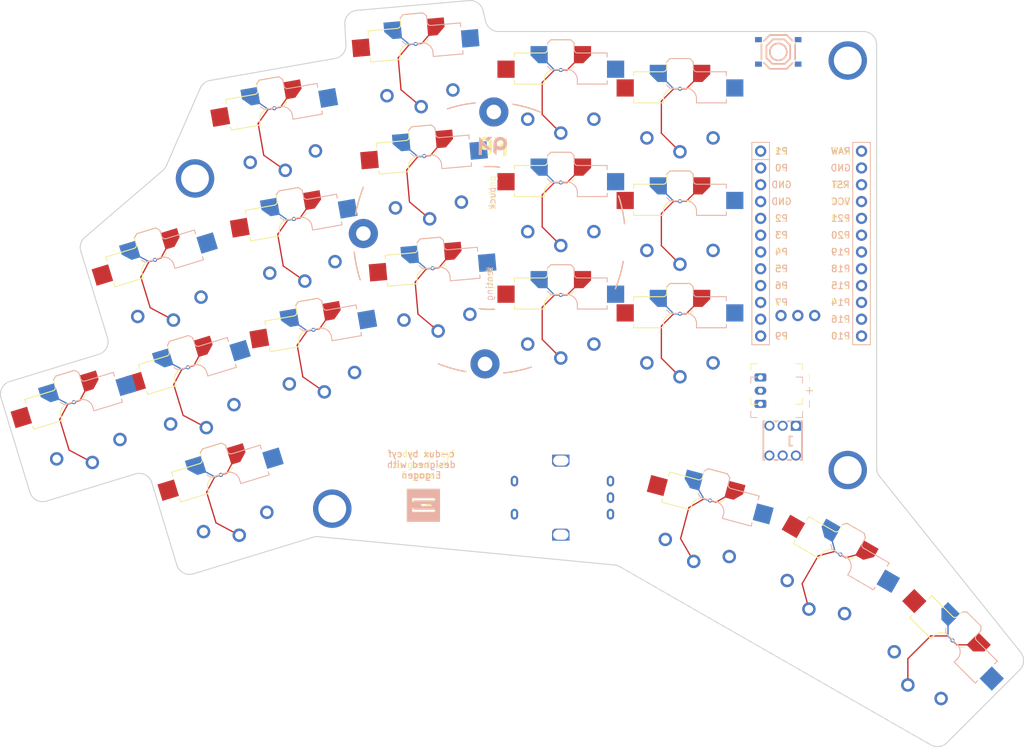
<source format=kicad_pcb>


(kicad_pcb
  (version 20240108)
  (generator "ergogen")
  (generator_version "4.1.0")
  (general
    (thickness 1.6)
    (legacy_teardrops no)
  )
  (paper "A3")
  (title_block
    (title "c-dux")
    (date "2025-04-02")
    (rev "v1.0.0")
    (company "Unknown")
  )

  (layers
    (0 "F.Cu" signal)
    (31 "B.Cu" signal)
    (32 "B.Adhes" user "B.Adhesive")
    (33 "F.Adhes" user "F.Adhesive")
    (34 "B.Paste" user)
    (35 "F.Paste" user)
    (36 "B.SilkS" user "B.Silkscreen")
    (37 "F.SilkS" user "F.Silkscreen")
    (38 "B.Mask" user)
    (39 "F.Mask" user)
    (40 "Dwgs.User" user "User.Drawings")
    (41 "Cmts.User" user "User.Comments")
    (42 "Eco1.User" user "User.Eco1")
    (43 "Eco2.User" user "User.Eco2")
    (44 "Edge.Cuts" user)
    (45 "Margin" user)
    (46 "B.CrtYd" user "B.Courtyard")
    (47 "F.CrtYd" user "F.Courtyard")
    (48 "B.Fab" user)
    (49 "F.Fab" user)
  )

  (setup
    (pad_to_mask_clearance 0.05)
    (allow_soldermask_bridges_in_footprints no)
    (pcbplotparams
      (layerselection 0x00010fc_ffffffff)
      (plot_on_all_layers_selection 0x0000000_00000000)
      (disableapertmacros no)
      (usegerberextensions no)
      (usegerberattributes yes)
      (usegerberadvancedattributes yes)
      (creategerberjobfile yes)
      (dashed_line_dash_ratio 12.000000)
      (dashed_line_gap_ratio 3.000000)
      (svgprecision 4)
      (plotframeref no)
      (viasonmask no)
      (mode 1)
      (useauxorigin no)
      (hpglpennumber 1)
      (hpglpenspeed 20)
      (hpglpendiameter 15.000000)
      (pdf_front_fp_property_popups yes)
      (pdf_back_fp_property_popups yes)
      (dxfpolygonmode yes)
      (dxfimperialunits yes)
      (dxfusepcbnewfont yes)
      (psnegative no)
      (psa4output no)
      (plotreference yes)
      (plotvalue yes)
      (plotfptext yes)
      (plotinvisibletext no)
      (sketchpadsonfab no)
      (subtractmaskfromsilk no)
      (outputformat 1)
      (mirror no)
      (drillshape 1)
      (scaleselection 1)
      (outputdirectory "")
    )
  )

  (net 0 "")
(net 1 "P101")
(net 2 "GND")
(net 3 "D1")
(net 4 "D2")
(net 5 "P15")
(net 6 "P18")
(net 7 "P19")
(net 8 "P20")
(net 9 "P21")
(net 10 "P9")
(net 11 "P8")
(net 12 "P7")
(net 13 "P6")
(net 14 "P4")
(net 15 "P3")
(net 16 "P0")
(net 17 "P5")
(net 18 "P2")
(net 19 "P1")
(net 20 "P14")
(net 21 "P16")
(net 22 "P10")
(net 23 "RAW")
(net 24 "RST")
(net 25 "VCC")
(net 26 "P102")
(net 27 "P107")
(net 28 "MCU1_24")
(net 29 "MCU1_1")
(net 30 "MCU1_23")
(net 31 "MCU1_2")
(net 32 "MCU1_22")
(net 33 "MCU1_3")
(net 34 "MCU1_21")
(net 35 "MCU1_4")
(net 36 "MCU1_20")
(net 37 "MCU1_5")
(net 38 "MCU1_19")
(net 39 "MCU1_6")
(net 40 "MCU1_18")
(net 41 "MCU1_7")
(net 42 "MCU1_17")
(net 43 "MCU1_8")
(net 44 "MCU1_16")
(net 45 "MCU1_9")
(net 46 "MCU1_15")
(net 47 "MCU1_10")
(net 48 "MCU1_14")
(net 49 "MCU1_11")
(net 50 "MCU1_13")
(net 51 "MCU1_12")
(net 52 "BRAW")
(net 53 "JST1_1")
(net 54 "JST1_2")

  
  (footprint "ceoloide:switch_choc_v1_v2" (layer "F.Cu") (at 140.8458764 139.7483289 17))
    
	(segment
		(start 142.2381628 133.10079829999998)
		(end 140.69451850000002 136.00397099999998)
		(width 0.2)
    (locked yes)
		(layer "F.Cu")
		(net 1)
	)
	(segment
		(start 140.69451850000002 136.00397099999998)
		(end 139.786029 136.28172419999999)
		(width 0.2)
    (locked yes)
		(layer "F.Cu")
		(net 1)
	)
	(via
		(at 139.786029 136.28172419999999)
		(size 0.6)
    (drill 0.3)
		(layers "F.Cu" "B.Cu")
    (locked yes)
		(net 1)
	)
	(segment
		(start 138.8775395 136.5594773)
		(end 139.786029 136.28172419999999)
		(width 0.2)
    (locked yes)
		(layer "B.Cu")
		(net 1)
	)
	(segment
		(start 135.97436670000002 135.0158329)
		(end 138.8775395 136.5594773)
		(width 0.2)
    (locked yes)
		(layer "B.Cu")
		(net 1)
	)
  
    (segment
      (start 139.786029 136.28172419999999)
      (end 138.8727579 136.56093909999998)
      (width 0.2)
      (locked yes)
      (layer "F.Cu")
      (net 1)
    )
    (segment
      (start 138.8727579 136.56093909999998)
      (end 137.6411621 138.877234)
      (width 0.2)
      (locked yes)
      (layer "F.Cu")
      (net 1)
    )
    (segment
      (start 137.6411621 138.877234)
      (end 139.0620886 143.5248751)
      (width 0.2)
      (locked yes)
      (layer "F.Cu")
      (net 1)
    )
    (segment
      (start 139.0620886 143.5248751)
      (end 142.57086950000001 145.390527)
      (width 0.2)
      (locked yes)
      (layer "F.Cu")
      (net 1)
    )
    
    

  (footprint "ceoloide:switch_choc_v1_v2" (layer "F.Cu") (at 163.029681 150.7428191 17))
    
	(segment
		(start 164.4219674 144.09528849999998)
		(end 162.87832310000002 146.99846119999998)
		(width 0.2)
    (locked yes)
		(layer "F.Cu")
		(net 5)
	)
	(segment
		(start 162.87832310000002 146.99846119999998)
		(end 161.96983360000002 147.2762144)
		(width 0.2)
    (locked yes)
		(layer "F.Cu")
		(net 5)
	)
	(via
		(at 161.96983360000002 147.2762144)
		(size 0.6)
    (drill 0.3)
		(layers "F.Cu" "B.Cu")
    (locked yes)
		(net 5)
	)
	(segment
		(start 161.0613441 147.5539675)
		(end 161.96983360000002 147.2762144)
		(width 0.2)
    (locked yes)
		(layer "B.Cu")
		(net 5)
	)
	(segment
		(start 158.15817130000002 146.0103231)
		(end 161.0613441 147.5539675)
		(width 0.2)
    (locked yes)
		(layer "B.Cu")
		(net 5)
	)
  
    (segment
      (start 161.96983360000002 147.2762144)
      (end 161.0565625 147.5554293)
      (width 0.2)
      (locked yes)
      (layer "F.Cu")
      (net 5)
    )
    (segment
      (start 161.0565625 147.5554293)
      (end 159.8249667 149.8717242)
      (width 0.2)
      (locked yes)
      (layer "F.Cu")
      (net 5)
    )
    (segment
      (start 159.8249667 149.8717242)
      (end 161.2458932 154.5193653)
      (width 0.2)
      (locked yes)
      (layer "F.Cu")
      (net 5)
    )
    (segment
      (start 161.2458932 154.5193653)
      (end 164.75467410000002 156.3850172)
      (width 0.2)
      (locked yes)
      (layer "F.Cu")
      (net 5)
    )
    
    

  (footprint "ceoloide:switch_choc_v1_v2" (layer "F.Cu") (at 158.05936200000002 134.48563819999998 17))
    
	(segment
		(start 159.4516484 127.83810759999999)
		(end 157.90800410000003 130.74128029999997)
		(width 0.2)
    (locked yes)
		(layer "F.Cu")
		(net 6)
	)
	(segment
		(start 157.90800410000003 130.74128029999997)
		(end 156.99951460000003 131.01903349999998)
		(width 0.2)
    (locked yes)
		(layer "F.Cu")
		(net 6)
	)
	(via
		(at 156.99951460000003 131.01903349999998)
		(size 0.6)
    (drill 0.3)
		(layers "F.Cu" "B.Cu")
    (locked yes)
		(net 6)
	)
	(segment
		(start 156.09102510000002 131.2967866)
		(end 156.99951460000003 131.01903349999998)
		(width 0.2)
    (locked yes)
		(layer "B.Cu")
		(net 6)
	)
	(segment
		(start 153.18785230000003 129.75314219999998)
		(end 156.09102510000002 131.2967866)
		(width 0.2)
    (locked yes)
		(layer "B.Cu")
		(net 6)
	)
  
    (segment
      (start 156.99951460000003 131.01903349999998)
      (end 156.08624350000002 131.29824839999998)
      (width 0.2)
      (locked yes)
      (layer "F.Cu")
      (net 6)
    )
    (segment
      (start 156.08624350000002 131.29824839999998)
      (end 154.85464770000002 133.61454329999998)
      (width 0.2)
      (locked yes)
      (layer "F.Cu")
      (net 6)
    )
    (segment
      (start 154.85464770000002 133.61454329999998)
      (end 156.27557420000002 138.2621844)
      (width 0.2)
      (locked yes)
      (layer "F.Cu")
      (net 6)
    )
    (segment
      (start 156.27557420000002 138.2621844)
      (end 159.78435510000003 140.12783629999998)
      (width 0.2)
      (locked yes)
      (layer "F.Cu")
      (net 6)
    )
    
    

  (footprint "ceoloide:switch_choc_v1_v2" (layer "F.Cu") (at 153.08904300000003 118.22845729999997 17))
    
	(segment
		(start 154.48132940000002 111.58092669999998)
		(end 152.93768510000004 114.48409939999998)
		(width 0.2)
    (locked yes)
		(layer "F.Cu")
		(net 7)
	)
	(segment
		(start 152.93768510000004 114.48409939999998)
		(end 152.02919560000004 114.76185259999997)
		(width 0.2)
    (locked yes)
		(layer "F.Cu")
		(net 7)
	)
	(via
		(at 152.02919560000004 114.76185259999997)
		(size 0.6)
    (drill 0.3)
		(layers "F.Cu" "B.Cu")
    (locked yes)
		(net 7)
	)
	(segment
		(start 151.12070610000004 115.03960569999997)
		(end 152.02919560000004 114.76185259999997)
		(width 0.2)
    (locked yes)
		(layer "B.Cu")
		(net 7)
	)
	(segment
		(start 148.21753330000004 113.49596129999998)
		(end 151.12070610000004 115.03960569999997)
		(width 0.2)
    (locked yes)
		(layer "B.Cu")
		(net 7)
	)
  
    (segment
      (start 152.02919560000004 114.76185259999997)
      (end 151.11592450000003 115.04106749999997)
      (width 0.2)
      (locked yes)
      (layer "F.Cu")
      (net 7)
    )
    (segment
      (start 151.11592450000003 115.04106749999997)
      (end 149.88432870000003 117.35736239999997)
      (width 0.2)
      (locked yes)
      (layer "F.Cu")
      (net 7)
    )
    (segment
      (start 149.88432870000003 117.35736239999997)
      (end 151.30525520000003 122.00500349999997)
      (width 0.2)
      (locked yes)
      (layer "F.Cu")
      (net 7)
    )
    (segment
      (start 151.30525520000003 122.00500349999997)
      (end 154.81403610000004 123.87065539999998)
      (width 0.2)
      (locked yes)
      (layer "F.Cu")
      (net 7)
    )
    
    

  (footprint "ceoloide:switch_choc_v1_v2" (layer "F.Cu") (at 176.5847426 128.9079895 10))
    
	(segment
		(start 178.7767813 122.47968560000001)
		(end 176.8908353 125.17309560000001)
		(width 0.2)
    (locked yes)
		(layer "F.Cu")
		(net 8)
	)
	(segment
		(start 176.8908353 125.17309560000001)
		(end 175.955268 125.33806140000002)
		(width 0.2)
    (locked yes)
		(layer "F.Cu")
		(net 8)
	)
	(via
		(at 175.955268 125.33806140000002)
		(size 0.6)
    (drill 0.3)
		(layers "F.Cu" "B.Cu")
    (locked yes)
		(net 8)
	)
	(segment
		(start 175.0197006 125.50302720000002)
		(end 175.955268 125.33806140000002)
		(width 0.2)
    (locked yes)
		(layer "B.Cu")
		(net 8)
	)
	(segment
		(start 172.3262906 123.61708120000002)
		(end 175.0197006 125.50302720000002)
		(width 0.2)
    (locked yes)
		(layer "B.Cu")
		(net 8)
	)
  
    (segment
      (start 175.955268 125.33806140000002)
      (end 175.0147766 125.50389540000002)
      (width 0.2)
      (locked yes)
      (layer "F.Cu")
      (net 8)
    )
    (segment
      (start 175.0147766 125.50389540000002)
      (end 173.5100755 127.65283120000001)
      (width 0.2)
      (locked yes)
      (layer "F.Cu")
      (net 8)
    )
    (segment
      (start 173.5100755 127.65283120000001)
      (end 174.3540057 132.4389968)
      (width 0.2)
      (locked yes)
      (layer "F.Cu")
      (net 8)
    )
    (segment
      (start 174.3540057 132.4389968)
      (end 177.6092668 134.71835520000002)
      (width 0.2)
      (locked yes)
      (layer "F.Cu")
      (net 8)
    )
    
    

  (footprint "ceoloide:switch_choc_v1_v2" (layer "F.Cu") (at 173.6327236 112.16625770000002 10))
    
	(segment
		(start 175.8247623 105.73795380000001)
		(end 173.93881629999998 108.43136380000001)
		(width 0.2)
    (locked yes)
		(layer "F.Cu")
		(net 9)
	)
	(segment
		(start 173.93881629999998 108.43136380000001)
		(end 173.00324899999998 108.59632960000002)
		(width 0.2)
    (locked yes)
		(layer "F.Cu")
		(net 9)
	)
	(via
		(at 173.00324899999998 108.59632960000002)
		(size 0.6)
    (drill 0.3)
		(layers "F.Cu" "B.Cu")
    (locked yes)
		(net 9)
	)
	(segment
		(start 172.0676816 108.76129540000002)
		(end 173.00324899999998 108.59632960000002)
		(width 0.2)
    (locked yes)
		(layer "B.Cu")
		(net 9)
	)
	(segment
		(start 169.3742716 106.87534940000002)
		(end 172.0676816 108.76129540000002)
		(width 0.2)
    (locked yes)
		(layer "B.Cu")
		(net 9)
	)
  
    (segment
      (start 173.00324899999998 108.59632960000002)
      (end 172.0627576 108.76216360000002)
      (width 0.2)
      (locked yes)
      (layer "F.Cu")
      (net 9)
    )
    (segment
      (start 172.0627576 108.76216360000002)
      (end 170.5580565 110.91109940000001)
      (width 0.2)
      (locked yes)
      (layer "F.Cu")
      (net 9)
    )
    (segment
      (start 170.5580565 110.91109940000001)
      (end 171.40198669999998 115.69726500000002)
      (width 0.2)
      (locked yes)
      (layer "F.Cu")
      (net 9)
    )
    (segment
      (start 171.40198669999998 115.69726500000002)
      (end 174.6572478 117.97662340000002)
      (width 0.2)
      (locked yes)
      (layer "F.Cu")
      (net 9)
    )
    
    

  (footprint "ceoloide:switch_choc_v1_v2" (layer "F.Cu") (at 170.68070459999998 95.42452590000002 10))
    
	(segment
		(start 172.8727433 88.99622200000002)
		(end 170.98679729999998 91.68963200000002)
		(width 0.2)
    (locked yes)
		(layer "F.Cu")
		(net 10)
	)
	(segment
		(start 170.98679729999998 91.68963200000002)
		(end 170.05122999999998 91.85459780000002)
		(width 0.2)
    (locked yes)
		(layer "F.Cu")
		(net 10)
	)
	(via
		(at 170.05122999999998 91.85459780000002)
		(size 0.6)
    (drill 0.3)
		(layers "F.Cu" "B.Cu")
    (locked yes)
		(net 10)
	)
	(segment
		(start 169.11566259999998 92.01956360000003)
		(end 170.05122999999998 91.85459780000002)
		(width 0.2)
    (locked yes)
		(layer "B.Cu")
		(net 10)
	)
	(segment
		(start 166.42225259999998 90.13361760000002)
		(end 169.11566259999998 92.01956360000003)
		(width 0.2)
    (locked yes)
		(layer "B.Cu")
		(net 10)
	)
  
    (segment
      (start 170.05122999999998 91.85459780000002)
      (end 169.1107386 92.02043180000003)
      (width 0.2)
      (locked yes)
      (layer "F.Cu")
      (net 10)
    )
    (segment
      (start 169.1107386 92.02043180000003)
      (end 167.60603749999999 94.16936760000002)
      (width 0.2)
      (locked yes)
      (layer "F.Cu")
      (net 10)
    )
    (segment
      (start 167.60603749999999 94.16936760000002)
      (end 168.44996769999997 98.95553320000002)
      (width 0.2)
      (locked yes)
      (layer "F.Cu")
      (net 10)
    )
    (segment
      (start 168.44996769999997 98.95553320000002)
      (end 171.7052288 101.23489160000003)
      (width 0.2)
      (locked yes)
      (layer "F.Cu")
      (net 10)
    )
    
    

  (footprint "ceoloide:switch_choc_v1_v2" (layer "F.Cu") (at 194.27828430000002 119.6453838 5))
    
	(segment
		(start 197.02224530000004 113.4325903)
		(end 194.90872970000004 115.95138010000001)
		(width 0.2)
    (locked yes)
		(layer "F.Cu")
		(net 11)
	)
	(segment
		(start 194.90872970000004 115.95138010000001)
		(end 193.96234470000002 116.03417800000001)
		(width 0.2)
    (locked yes)
		(layer "F.Cu")
		(net 11)
	)
	(via
		(at 193.96234470000002 116.03417800000001)
		(size 0.6)
    (drill 0.3)
		(layers "F.Cu" "B.Cu")
    (locked yes)
		(net 11)
	)
	(segment
		(start 193.01595980000002 116.11697600000001)
		(end 193.96234470000002 116.03417800000001)
		(width 0.2)
    (locked yes)
		(layer "B.Cu")
		(net 11)
	)
	(segment
		(start 190.49717 114.00346040000001)
		(end 193.01595980000002 116.11697600000001)
		(width 0.2)
    (locked yes)
		(layer "B.Cu")
		(net 11)
	)
  
    (segment
      (start 193.96234470000002 116.03417800000001)
      (end 193.01097880000003 116.1174118)
      (width 0.2)
      (locked yes)
      (layer "F.Cu")
      (net 11)
    )
    (segment
      (start 193.01097880000003 116.1174118)
      (end 191.32471150000003 118.12702680000001)
      (width 0.2)
      (locked yes)
      (layer "F.Cu")
      (net 11)
    )
    (segment
      (start 191.32471150000003 118.12702680000001)
      (end 191.74828840000004 122.9685331)
      (width 0.2)
      (locked yes)
      (layer "F.Cu")
      (net 11)
    )
    (segment
      (start 191.74828840000004 122.9685331)
      (end 194.79250320000003 125.52293250000001)
      (width 0.2)
      (locked yes)
      (layer "F.Cu")
      (net 11)
    )
    
    

  (footprint "ceoloide:switch_choc_v1_v2" (layer "F.Cu") (at 192.99587560000003 102.6926428 5))
    
	(segment
		(start 195.73983660000005 96.4798493)
		(end 193.62632100000005 98.9986391)
		(width 0.2)
    (locked yes)
		(layer "F.Cu")
		(net 12)
	)
	(segment
		(start 193.62632100000005 98.9986391)
		(end 192.67993600000003 99.08143700000001)
		(width 0.2)
    (locked yes)
		(layer "F.Cu")
		(net 12)
	)
	(via
		(at 192.67993600000003 99.08143700000001)
		(size 0.6)
    (drill 0.3)
		(layers "F.Cu" "B.Cu")
    (locked yes)
		(net 12)
	)
	(segment
		(start 191.73355110000003 99.164235)
		(end 192.67993600000003 99.08143700000001)
		(width 0.2)
    (locked yes)
		(layer "B.Cu")
		(net 12)
	)
	(segment
		(start 189.21476130000002 97.0507194)
		(end 191.73355110000003 99.164235)
		(width 0.2)
    (locked yes)
		(layer "B.Cu")
		(net 12)
	)
  
    (segment
      (start 192.67993600000003 99.08143700000001)
      (end 191.72857010000004 99.1646708)
      (width 0.2)
      (locked yes)
      (layer "F.Cu")
      (net 12)
    )
    (segment
      (start 191.72857010000004 99.1646708)
      (end 190.04230280000004 101.1742858)
      (width 0.2)
      (locked yes)
      (layer "F.Cu")
      (net 12)
    )
    (segment
      (start 190.04230280000004 101.1742858)
      (end 190.46587970000004 106.0157921)
      (width 0.2)
      (locked yes)
      (layer "F.Cu")
      (net 12)
    )
    (segment
      (start 190.46587970000004 106.0157921)
      (end 193.51009450000004 108.5701915)
      (width 0.2)
      (locked yes)
      (layer "F.Cu")
      (net 12)
    )
    
    

  (footprint "ceoloide:switch_choc_v1_v2" (layer "F.Cu") (at 191.71346690000004 85.7399018 5))
    
	(segment
		(start 194.45742790000006 79.5271083)
		(end 192.34391230000006 82.0458981)
		(width 0.2)
    (locked yes)
		(layer "F.Cu")
		(net 13)
	)
	(segment
		(start 192.34391230000006 82.0458981)
		(end 191.39752730000004 82.128696)
		(width 0.2)
    (locked yes)
		(layer "F.Cu")
		(net 13)
	)
	(via
		(at 191.39752730000004 82.128696)
		(size 0.6)
    (drill 0.3)
		(layers "F.Cu" "B.Cu")
    (locked yes)
		(net 13)
	)
	(segment
		(start 190.45114240000004 82.211494)
		(end 191.39752730000004 82.128696)
		(width 0.2)
    (locked yes)
		(layer "B.Cu")
		(net 13)
	)
	(segment
		(start 187.93235260000003 80.0979784)
		(end 190.45114240000004 82.211494)
		(width 0.2)
    (locked yes)
		(layer "B.Cu")
		(net 13)
	)
  
    (segment
      (start 191.39752730000004 82.128696)
      (end 190.44616140000005 82.2119298)
      (width 0.2)
      (locked yes)
      (layer "F.Cu")
      (net 13)
    )
    (segment
      (start 190.44616140000005 82.2119298)
      (end 188.75989410000005 84.2215448)
      (width 0.2)
      (locked yes)
      (layer "F.Cu")
      (net 13)
    )
    (segment
      (start 188.75989410000005 84.2215448)
      (end 189.18347100000005 89.0630511)
      (width 0.2)
      (locked yes)
      (layer "F.Cu")
      (net 13)
    )
    (segment
      (start 189.18347100000005 89.0630511)
      (end 192.22768580000005 91.6174505)
      (width 0.2)
      (locked yes)
      (layer "F.Cu")
      (net 13)
    )
    
    

  (footprint "ceoloide:switch_choc_v1_v2" (layer "F.Cu") (at 213.3193388 123.70353519999999 0))
    
	(segment
		(start 216.5943388 117.75353519999999)
		(end 214.26933879999999 120.07853519999999)
		(width 0.2)
    (locked yes)
		(layer "F.Cu")
		(net 14)
	)
	(segment
		(start 214.26933879999999 120.07853519999999)
		(end 213.3193388 120.07853519999999)
		(width 0.2)
    (locked yes)
		(layer "F.Cu")
		(net 14)
	)
	(via
		(at 213.3193388 120.07853519999999)
		(size 0.6)
    (drill 0.3)
		(layers "F.Cu" "B.Cu")
    (locked yes)
		(net 14)
	)
	(segment
		(start 212.3693388 120.07853519999999)
		(end 213.3193388 120.07853519999999)
		(width 0.2)
    (locked yes)
		(layer "B.Cu")
		(net 14)
	)
	(segment
		(start 210.0443388 117.75353519999999)
		(end 212.3693388 120.07853519999999)
		(width 0.2)
    (locked yes)
		(layer "B.Cu")
		(net 14)
	)
  
    (segment
      (start 213.3193388 120.07853519999999)
      (end 212.36433879999998 120.07853519999999)
      (width 0.2)
      (locked yes)
      (layer "F.Cu")
      (net 14)
    )
    (segment
      (start 212.36433879999998 120.07853519999999)
      (end 210.5093388 121.9335352)
      (width 0.2)
      (locked yes)
      (layer "F.Cu")
      (net 14)
    )
    (segment
      (start 210.5093388 121.9335352)
      (end 210.5093388 126.7935352)
      (width 0.2)
      (locked yes)
      (layer "F.Cu")
      (net 14)
    )
    (segment
      (start 210.5093388 126.7935352)
      (end 213.3193388 129.60353519999998)
      (width 0.2)
      (locked yes)
      (layer "F.Cu")
      (net 14)
    )
    
    

  (footprint "ceoloide:switch_choc_v1_v2" (layer "F.Cu") (at 213.3193388 106.70353519999999 0))
    
	(segment
		(start 216.5943388 100.75353519999999)
		(end 214.26933879999999 103.07853519999999)
		(width 0.2)
    (locked yes)
		(layer "F.Cu")
		(net 15)
	)
	(segment
		(start 214.26933879999999 103.07853519999999)
		(end 213.3193388 103.07853519999999)
		(width 0.2)
    (locked yes)
		(layer "F.Cu")
		(net 15)
	)
	(via
		(at 213.3193388 103.07853519999999)
		(size 0.6)
    (drill 0.3)
		(layers "F.Cu" "B.Cu")
    (locked yes)
		(net 15)
	)
	(segment
		(start 212.3693388 103.07853519999999)
		(end 213.3193388 103.07853519999999)
		(width 0.2)
    (locked yes)
		(layer "B.Cu")
		(net 15)
	)
	(segment
		(start 210.0443388 100.75353519999999)
		(end 212.3693388 103.07853519999999)
		(width 0.2)
    (locked yes)
		(layer "B.Cu")
		(net 15)
	)
  
    (segment
      (start 213.3193388 103.07853519999999)
      (end 212.36433879999998 103.07853519999999)
      (width 0.2)
      (locked yes)
      (layer "F.Cu")
      (net 15)
    )
    (segment
      (start 212.36433879999998 103.07853519999999)
      (end 210.5093388 104.9335352)
      (width 0.2)
      (locked yes)
      (layer "F.Cu")
      (net 15)
    )
    (segment
      (start 210.5093388 104.9335352)
      (end 210.5093388 109.7935352)
      (width 0.2)
      (locked yes)
      (layer "F.Cu")
      (net 15)
    )
    (segment
      (start 210.5093388 109.7935352)
      (end 213.3193388 112.6035352)
      (width 0.2)
      (locked yes)
      (layer "F.Cu")
      (net 15)
    )
    
    

  (footprint "ceoloide:switch_choc_v1_v2" (layer "F.Cu") (at 213.3193388 89.70353519999999 0))
    
	(segment
		(start 216.5943388 83.75353519999999)
		(end 214.26933879999999 86.07853519999999)
		(width 0.2)
    (locked yes)
		(layer "F.Cu")
		(net 16)
	)
	(segment
		(start 214.26933879999999 86.07853519999999)
		(end 213.3193388 86.07853519999999)
		(width 0.2)
    (locked yes)
		(layer "F.Cu")
		(net 16)
	)
	(via
		(at 213.3193388 86.07853519999999)
		(size 0.6)
    (drill 0.3)
		(layers "F.Cu" "B.Cu")
    (locked yes)
		(net 16)
	)
	(segment
		(start 212.3693388 86.07853519999999)
		(end 213.3193388 86.07853519999999)
		(width 0.2)
    (locked yes)
		(layer "B.Cu")
		(net 16)
	)
	(segment
		(start 210.0443388 83.75353519999999)
		(end 212.3693388 86.07853519999999)
		(width 0.2)
    (locked yes)
		(layer "B.Cu")
		(net 16)
	)
  
    (segment
      (start 213.3193388 86.07853519999999)
      (end 212.36433879999998 86.07853519999999)
      (width 0.2)
      (locked yes)
      (layer "F.Cu")
      (net 16)
    )
    (segment
      (start 212.36433879999998 86.07853519999999)
      (end 210.5093388 87.9335352)
      (width 0.2)
      (locked yes)
      (layer "F.Cu")
      (net 16)
    )
    (segment
      (start 210.5093388 87.9335352)
      (end 210.5093388 92.7935352)
      (width 0.2)
      (locked yes)
      (layer "F.Cu")
      (net 16)
    )
    (segment
      (start 210.5093388 92.7935352)
      (end 213.3193388 95.6035352)
      (width 0.2)
      (locked yes)
      (layer "F.Cu")
      (net 16)
    )
    
    

  (footprint "ceoloide:switch_choc_v1_v2" (layer "F.Cu") (at 231.3193388 126.53686859999999 0))
    
	(segment
		(start 234.5943388 120.58686859999999)
		(end 232.26933879999999 122.91186859999999)
		(width 0.2)
    (locked yes)
		(layer "F.Cu")
		(net 17)
	)
	(segment
		(start 232.26933879999999 122.91186859999999)
		(end 231.3193388 122.91186859999999)
		(width 0.2)
    (locked yes)
		(layer "F.Cu")
		(net 17)
	)
	(via
		(at 231.3193388 122.91186859999999)
		(size 0.6)
    (drill 0.3)
		(layers "F.Cu" "B.Cu")
    (locked yes)
		(net 17)
	)
	(segment
		(start 230.3693388 122.91186859999999)
		(end 231.3193388 122.91186859999999)
		(width 0.2)
    (locked yes)
		(layer "B.Cu")
		(net 17)
	)
	(segment
		(start 228.0443388 120.58686859999999)
		(end 230.3693388 122.91186859999999)
		(width 0.2)
    (locked yes)
		(layer "B.Cu")
		(net 17)
	)
  
    (segment
      (start 231.3193388 122.91186859999999)
      (end 230.36433879999998 122.91186859999999)
      (width 0.2)
      (locked yes)
      (layer "F.Cu")
      (net 17)
    )
    (segment
      (start 230.36433879999998 122.91186859999999)
      (end 228.5093388 124.7668686)
      (width 0.2)
      (locked yes)
      (layer "F.Cu")
      (net 17)
    )
    (segment
      (start 228.5093388 124.7668686)
      (end 228.5093388 129.6268686)
      (width 0.2)
      (locked yes)
      (layer "F.Cu")
      (net 17)
    )
    (segment
      (start 228.5093388 129.6268686)
      (end 231.3193388 132.4368686)
      (width 0.2)
      (locked yes)
      (layer "F.Cu")
      (net 17)
    )
    
    

  (footprint "ceoloide:switch_choc_v1_v2" (layer "F.Cu") (at 231.3193388 109.53686859999999 0))
    
	(segment
		(start 234.5943388 103.58686859999999)
		(end 232.26933879999999 105.91186859999999)
		(width 0.2)
    (locked yes)
		(layer "F.Cu")
		(net 18)
	)
	(segment
		(start 232.26933879999999 105.91186859999999)
		(end 231.3193388 105.91186859999999)
		(width 0.2)
    (locked yes)
		(layer "F.Cu")
		(net 18)
	)
	(via
		(at 231.3193388 105.91186859999999)
		(size 0.6)
    (drill 0.3)
		(layers "F.Cu" "B.Cu")
    (locked yes)
		(net 18)
	)
	(segment
		(start 230.3693388 105.91186859999999)
		(end 231.3193388 105.91186859999999)
		(width 0.2)
    (locked yes)
		(layer "B.Cu")
		(net 18)
	)
	(segment
		(start 228.0443388 103.58686859999999)
		(end 230.3693388 105.91186859999999)
		(width 0.2)
    (locked yes)
		(layer "B.Cu")
		(net 18)
	)
  
    (segment
      (start 231.3193388 105.91186859999999)
      (end 230.36433879999998 105.91186859999999)
      (width 0.2)
      (locked yes)
      (layer "F.Cu")
      (net 18)
    )
    (segment
      (start 230.36433879999998 105.91186859999999)
      (end 228.5093388 107.7668686)
      (width 0.2)
      (locked yes)
      (layer "F.Cu")
      (net 18)
    )
    (segment
      (start 228.5093388 107.7668686)
      (end 228.5093388 112.6268686)
      (width 0.2)
      (locked yes)
      (layer "F.Cu")
      (net 18)
    )
    (segment
      (start 228.5093388 112.6268686)
      (end 231.3193388 115.4368686)
      (width 0.2)
      (locked yes)
      (layer "F.Cu")
      (net 18)
    )
    
    

  (footprint "ceoloide:switch_choc_v1_v2" (layer "F.Cu") (at 231.3193388 92.53686859999999 0))
    
	(segment
		(start 234.5943388 86.58686859999999)
		(end 232.26933879999999 88.91186859999999)
		(width 0.2)
    (locked yes)
		(layer "F.Cu")
		(net 19)
	)
	(segment
		(start 232.26933879999999 88.91186859999999)
		(end 231.3193388 88.91186859999999)
		(width 0.2)
    (locked yes)
		(layer "F.Cu")
		(net 19)
	)
	(via
		(at 231.3193388 88.91186859999999)
		(size 0.6)
    (drill 0.3)
		(layers "F.Cu" "B.Cu")
    (locked yes)
		(net 19)
	)
	(segment
		(start 230.3693388 88.91186859999999)
		(end 231.3193388 88.91186859999999)
		(width 0.2)
    (locked yes)
		(layer "B.Cu")
		(net 19)
	)
	(segment
		(start 228.0443388 86.58686859999999)
		(end 230.3693388 88.91186859999999)
		(width 0.2)
    (locked yes)
		(layer "B.Cu")
		(net 19)
	)
  
    (segment
      (start 231.3193388 88.91186859999999)
      (end 230.36433879999998 88.91186859999999)
      (width 0.2)
      (locked yes)
      (layer "F.Cu")
      (net 19)
    )
    (segment
      (start 230.36433879999998 88.91186859999999)
      (end 228.5093388 90.7668686)
      (width 0.2)
      (locked yes)
      (layer "F.Cu")
      (net 19)
    )
    (segment
      (start 228.5093388 90.7668686)
      (end 228.5093388 95.6268686)
      (width 0.2)
      (locked yes)
      (layer "F.Cu")
      (net 19)
    )
    (segment
      (start 228.5093388 95.6268686)
      (end 231.3193388 98.4368686)
      (width 0.2)
      (locked yes)
      (layer "F.Cu")
      (net 19)
    )
    
    

  (footprint "ceoloide:switch_choc_v1_v2" (layer "F.Cu") (at 234.9189958 154.6435429 -15))
    
	(segment
		(start 239.62237620000002 149.7439166)
		(end 236.7748444 151.3879399)
		(width 0.2)
    (locked yes)
		(layer "F.Cu")
		(net 20)
	)
	(segment
		(start 236.7748444 151.3879399)
		(end 235.8572148 151.1420618)
		(width 0.2)
    (locked yes)
		(layer "F.Cu")
		(net 20)
	)
	(via
		(at 235.8572148 151.1420618)
		(size 0.6)
    (drill 0.3)
		(layers "F.Cu" "B.Cu")
    (locked yes)
		(net 20)
	)
	(segment
		(start 234.9395853 150.8961837)
		(end 235.8572148 151.1420618)
		(width 0.2)
    (locked yes)
		(layer "B.Cu")
		(net 20)
	)
	(segment
		(start 233.29556200000002 148.0486519)
		(end 234.9395853 150.8961837)
		(width 0.2)
    (locked yes)
		(layer "B.Cu")
		(net 20)
	)
  
    (segment
      (start 235.8572148 151.1420618)
      (end 234.9347557 150.8948896)
      (width 0.2)
      (locked yes)
      (layer "F.Cu")
      (net 20)
    )
    (segment
      (start 234.9347557 150.8948896)
      (end 232.66285390000002 152.2065727)
      (width 0.2)
      (locked yes)
      (layer "F.Cu")
      (net 20)
    )
    (segment
      (start 232.66285390000002 152.2065727)
      (end 231.4049934 156.9009722)
      (width 0.2)
      (locked yes)
      (layer "F.Cu")
      (net 20)
    )
    (segment
      (start 231.4049934 156.9009722)
      (end 233.3919634 160.3425053)
      (width 0.2)
      (locked yes)
      (layer "F.Cu")
      (net 20)
    )
    
    

  (footprint "ceoloide:switch_choc_v1_v2" (layer "F.Cu") (at 253.7436003 162.44094939999997 -30))
    
	(segment
		(start 259.5548335 158.92559819999997)
		(end 256.3788244 159.77660729999997)
		(width 0.2)
    (locked yes)
		(layer "F.Cu")
		(net 21)
	)
	(segment
		(start 256.3788244 159.77660729999997)
		(end 255.5561003 159.30160729999997)
		(width 0.2)
    (locked yes)
		(layer "F.Cu")
		(net 21)
	)
	(via
		(at 255.5561003 159.30160729999997)
		(size 0.6)
    (drill 0.3)
		(layers "F.Cu" "B.Cu")
    (locked yes)
		(net 21)
	)
	(segment
		(start 254.7333762 158.82660729999998)
		(end 255.5561003 159.30160729999997)
		(width 0.2)
    (locked yes)
		(layer "B.Cu")
		(net 21)
	)
	(segment
		(start 253.8823671 155.65059819999996)
		(end 254.7333762 158.82660729999998)
		(width 0.2)
    (locked yes)
		(layer "B.Cu")
		(net 21)
	)
  
    (segment
      (start 255.5561003 159.30160729999997)
      (end 254.729046 158.82410729999995)
      (width 0.2)
      (locked yes)
      (layer "F.Cu")
      (net 21)
    )
    (segment
      (start 254.729046 158.82410729999995)
      (end 252.1950689 159.50308439999998)
      (width 0.2)
      (locked yes)
      (layer "F.Cu")
      (net 21)
    )
    (segment
      (start 252.1950689 159.50308439999998)
      (end 249.7650689 163.71196789999996)
      (width 0.2)
      (locked yes)
      (layer "F.Cu")
      (net 21)
    )
    (segment
      (start 249.7650689 163.71196789999996)
      (end 250.7936003 167.55049929999996)
      (width 0.2)
      (locked yes)
      (layer "F.Cu")
      (net 21)
    )
    
    

  (footprint "ceoloide:switch_choc_v1_v2" (layer "F.Cu") (at 269.9086547 174.84483189999997 -45))
    
	(segment
		(start 276.4317148 172.95332129999997)
		(end 273.1436682 172.95332129999997)
		(width 0.2)
    (locked yes)
		(layer "F.Cu")
		(net 22)
	)
	(segment
		(start 273.1436682 172.95332129999997)
		(end 272.4719168 172.28156979999997)
		(width 0.2)
    (locked yes)
		(layer "F.Cu")
		(net 22)
	)
	(via
		(at 272.4719168 172.28156979999997)
		(size 0.6)
    (drill 0.3)
		(layers "F.Cu" "B.Cu")
    (locked yes)
		(net 22)
	)
	(segment
		(start 271.8001653 171.60981839999997)
		(end 272.4719168 172.28156979999997)
		(width 0.2)
    (locked yes)
		(layer "B.Cu")
		(net 22)
	)
	(segment
		(start 271.8001653 168.32177179999996)
		(end 271.8001653 171.60981839999997)
		(width 0.2)
    (locked yes)
		(layer "B.Cu")
		(net 22)
	)
  
    (segment
      (start 272.4719168 172.28156979999997)
      (end 271.7966298 171.60628279999997)
      (width 0.2)
      (locked yes)
      (layer "F.Cu")
      (net 22)
    )
    (segment
      (start 271.7966298 171.60628279999997)
      (end 269.1732636 171.60628279999997)
      (width 0.2)
      (locked yes)
      (layer "F.Cu")
      (net 22)
    )
    (segment
      (start 269.1732636 171.60628279999997)
      (end 265.7367247 175.04282179999998)
      (width 0.2)
      (locked yes)
      (layer "F.Cu")
      (net 22)
    )
    (segment
      (start 265.7367247 175.04282179999998)
      (end 265.7367247 179.01676189999998)
      (width 0.2)
      (locked yes)
      (layer "F.Cu")
      (net 22)
    )
    
    

    
    
  (footprint "ceoloide:mcu_supermini_nrf52840" (layer "F.Cu") (at 251.1193388 111.03686859999999 0))

  
  
    

    (footprint "ceoloide:battery_connector_jst_ph_2" (layer "F.Cu") (at 243.4753388 133.5368686 90))
        

(module easyeda2kicad:SW-TH_5.8ZSPT (layer F.Cu) (tedit 5DC5F6A4)
  (at 246.8293388 142.0868686 0)
  (attr through_hole)

  
  
  (fp_text reference "SW1" (at 0 -4) (layer F.SilkS) hide
    (effects (font (size 1 1) (thickness 0.15)))
  )
  (fp_line (start 1.40 -0.63) (end 1.02 -0.63) (layer F.SilkS) (width 0.25))
  (fp_line (start 1.02 -0.63) (end 1.02 0.76) (layer F.SilkS) (width 0.25))
  (fp_line (start 1.02 0.76) (end 1.40 0.76) (layer F.SilkS) (width 0.25))
  (fp_line (start -2.73 -2.92) (end -2.92 -2.92) (layer F.SilkS) (width 0.25))
  (fp_line (start -0.73 -2.92) (end -1.27 -2.92) (layer F.SilkS) (width 0.25))
  (fp_line (start 1.27 -2.92) (end 0.73 -2.92) (layer F.SilkS) (width 0.25))
  (fp_line (start 2.73 2.92) (end 2.92 2.92) (layer F.SilkS) (width 0.25))
  (fp_line (start 2.92 2.92) (end 2.92 -2.92) (layer F.SilkS) (width 0.25))
  (fp_line (start 2.92 -2.92) (end 2.73 -2.92) (layer F.SilkS) (width 0.25))
  (fp_line (start 0.73 2.92) (end 1.27 2.92) (layer F.SilkS) (width 0.25))
  (fp_line (start -1.27 2.92) (end -0.73 2.92) (layer F.SilkS) (width 0.25))
  (fp_line (start -2.92 -2.92) (end -2.92 2.92) (layer F.SilkS) (width 0.25))
  (fp_line (start -2.92 2.92) (end -2.73 2.92) (layer F.SilkS) (width 0.25))

  (fp_line (start -1.40 -1.02) (end 1.40 -1.02) (layer F.Fab) (width 3.00))
  (fp_line (start 1.40 -1.02) (end 1.40 1.14) (layer F.Fab) (width 3.00))
  (fp_line (start 1.40 1.14) (end -1.40 1.14) (layer F.Fab) (width 3.00))
  (fp_line (start -1.40 -1.02) (end -1.40 -1.02) (layer F.Fab) (width 3.00))

  (fp_text reference "SW1" (at 0 -4) (layer B.SilkS) hide
    (effects (font (size 1 1) (thickness 0.15)))
  )
  (fp_line (start 1.40 -0.63) (end 1.02 -0.63) (layer B.SilkS) (width 0.25))
  (fp_line (start 1.02 -0.63) (end 1.02 0.76) (layer B.SilkS) (width 0.25))
  (fp_line (start 1.02 0.76) (end 1.40 0.76) (layer B.SilkS) (width 0.25))
  (fp_line (start -2.73 -2.92) (end -2.92 -2.92) (layer B.SilkS) (width 0.25))
  (fp_line (start -0.73 -2.92) (end -1.27 -2.92) (layer B.SilkS) (width 0.25))
  (fp_line (start 1.27 -2.92) (end 0.73 -2.92) (layer B.SilkS) (width 0.25))
  (fp_line (start 2.73 2.92) (end 2.92 2.92) (layer B.SilkS) (width 0.25))
  (fp_line (start 2.92 2.92) (end 2.92 -2.92) (layer B.SilkS) (width 0.25))
  (fp_line (start 2.92 -2.92) (end 2.73 -2.92) (layer B.SilkS) (width 0.25))
  (fp_line (start 0.73 2.92) (end 1.27 2.92) (layer B.SilkS) (width 0.25))
  (fp_line (start -1.27 2.92) (end -0.73 2.92) (layer B.SilkS) (width 0.25))
  (fp_line (start -2.92 -2.92) (end -2.92 2.92) (layer B.SilkS) (width 0.25))
  (fp_line (start -2.92 2.92) (end -2.73 2.92) (layer B.SilkS) (width 0.25))

  (fp_line (start -1.40 -1.02) (end 1.40 -1.02) (layer B.Fab) (width 3.00))
  (fp_line (start 1.40 -1.02) (end 1.40 1.14) (layer B.Fab) (width 3.00))
  (fp_line (start 1.40 1.14) (end -1.40 1.14) (layer B.Fab) (width 3.00))
  (fp_line (start -1.40 -1.02) (end -1.40 -1.02) (layer B.Fab) (width 3.00))


  (fp_text value "SW_Push_Lock" (at 0 4) (layer F.Fab)
    (effects (font (size 1 1) (thickness 0.15)))
  )
  (fp_text user %R (at 0 0) (layer F.Fab)
    (effects (font (size 1 1) (thickness 0.15)))
  )
  (fp_circle (center 3.05 -3.05) (end 3.08 -3.05) (layer F.Fab) (width 0.06))
  (fp_circle (center 2.00 -2.25) (end 2.20 -2.25) (layer F.Fab) (width 0.40))
  (fp_circle (center 0.00 -2.25) (end 0.20 -2.25) (layer F.Fab) (width 0.40))
  (fp_circle (center -2.00 -2.25) (end -1.80 -2.25) (layer F.Fab) (width 0.40))
  (fp_circle (center -2.00 2.25) (end -1.80 2.25) (layer F.Fab) (width 0.40))
  (fp_circle (center 0.00 2.25) (end 0.20 2.25) (layer F.Fab) (width 0.40))
  (fp_circle (center 2.00 2.25) (end 2.20 2.25) (layer F.Fab) (width 0.40))
        
  
  (pad 1 thru_hole rect (at 2.00 -2.25 0.00) (size 1.52 1.52) (layers *.Cu *.Mask)(drill 0.9999979999999999) (net 23 "RAW"))
  (pad 2 thru_hole circle (at 0.00 -2.25 0.00) (size 1.52 1.52) (layers *.Cu *.Mask)(drill 0.9999979999999999) (net 52 "BRAW") )
  (pad 3 thru_hole circle (at -2.00 -2.25 0.00) (size 1.52 1.52) (layers *.Cu *.Mask)(drill 0.9999979999999999))
  (pad 4 thru_hole circle (at -2.00 2.25 0.00) (size 1.52 1.52) (layers *.Cu *.Mask)(drill 0.9999979999999999))
  (pad 5 thru_hole circle (at 0.00 2.25 0.00) (size 1.52 1.52) (layers *.Cu *.Mask)(drill 0.9999979999999999))
  (pad 6 thru_hole circle (at 2.00 2.25 0.00) (size 1.52 1.52) (layers *.Cu *.Mask)(drill 0.9999979999999999))

  
  (model "${EASYEDA2KICAD}/easyeda2kicad.3dshapes/SW-TH_5.8ZSPT.wrl"
    (offset (xyz 0.000 -0.000 0.000))
    (scale (xyz 1 1 1))
    (rotate (xyz 0 0 180))
  )

)


(module easyeda2kicad:SW-SMD_4P-L5.1-W5.1-P3.70-LS6.5-TL_H1.5
  (layer F.Cu) (tedit 5DC5F6A4)
  (at 246.1693388 83.33686859999999 180)
  (attr smd)

  (fp_text reference "SW2" (at 0 -5.85) (layer F.SilkS) hide
    (effects (font (size 1 1) (thickness 0.15)))
  )
  (fp_line (start -1.00 -1.80) (end 0.90 -1.80) (layer F.SilkS) (width 0.25))
  (fp_line (start 0.90 -1.80) (end 1.80 -0.90) (layer F.SilkS) (width 0.25))
  (fp_line (start 1.80 -0.90) (end 1.80 0.90) (layer F.SilkS) (width 0.25))
  (fp_line (start 1.80 0.90) (end 0.80 1.90) (layer F.SilkS) (width 0.25))
  (fp_line (start 0.80 1.90) (end -0.90 1.90) (layer F.SilkS) (width 0.25))
  (fp_line (start -0.90 1.90) (end -1.80 1.00) (layer F.SilkS) (width 0.25))
  (fp_line (start -1.80 1.00) (end -1.80 -1.00) (layer F.SilkS) (width 0.25))
  (fp_line (start -1.80 -1.00) (end -1.00 -1.80) (layer F.SilkS) (width 0.25))
  (fp_line (start 1.28 -2.55) (end 2.17 -1.66) (layer F.SilkS) (width 0.25))
  (fp_line (start 2.55 -1.17) (end 2.55 1.17) (layer F.SilkS) (width 0.25))
  (fp_line (start 2.17 1.66) (end 1.28 2.55) (layer F.SilkS) (width 0.25))
  (fp_line (start -2.55 -1.17) (end -2.55 1.17) (layer F.SilkS) (width 0.25))
  (fp_line (start -2.17 1.66) (end -1.28 2.55) (layer F.SilkS) (width 0.25))
  (fp_line (start -1.28 -2.55) (end -2.17 -1.66) (layer F.SilkS) (width 0.25))
  (fp_line (start -1.28 2.55) (end 1.28 2.55) (layer F.SilkS) (width 0.25))
  (fp_line (start -1.28 -2.55) (end 1.28 -2.55) (layer F.SilkS) (width 0.25))
  (fp_circle (center 0.00 0.00) (end 1.28 0.00) (layer F.SilkS) (width 0.25))

  (pad 1 smd rect (at -3.00 -1.85 0.00) (size 1.00 0.75) (layers F.Cu F.Paste F.Mask) (net 24 "RST"))
  (pad 2 smd rect (at 3.00 -1.85 0.00) (size 1.00 0.75) (layers F.Cu F.Paste F.Mask))
  (pad 3 smd rect (at -3.00 1.85 0.00) (size 1.00 0.75) (layers F.Cu F.Paste F.Mask) (net 2 "GND"))
  (pad 4 smd rect (at 3.00 1.85 0.00) (size 1.00 0.75) (layers F.Cu F.Paste F.Mask))

  (fp_text reference "SW2" (at 0 -5.85) (layer B.SilkS) hide
    (effects (font (size 1 1) (thickness 0.15)))
  )
  (fp_line (start -1.00 -1.80) (end 0.90 -1.80) (layer B.SilkS) (width 0.25))
  (fp_line (start 0.90 -1.80) (end 1.80 -0.90) (layer B.SilkS) (width 0.25))
  (fp_line (start 1.80 -0.90) (end 1.80 0.90) (layer B.SilkS) (width 0.25))
  (fp_line (start 1.80 0.90) (end 0.80 1.90) (layer B.SilkS) (width 0.25))
  (fp_line (start 0.80 1.90) (end -0.90 1.90) (layer B.SilkS) (width 0.25))
  (fp_line (start -0.90 1.90) (end -1.80 1.00) (layer B.SilkS) (width 0.25))
  (fp_line (start -1.80 1.00) (end -1.80 -1.00) (layer B.SilkS) (width 0.25))
  (fp_line (start -1.80 -1.00) (end -1.00 -1.80) (layer B.SilkS) (width 0.25))
  (fp_line (start 1.28 -2.55) (end 2.17 -1.66) (layer B.SilkS) (width 0.25))
  (fp_line (start 2.55 -1.17) (end 2.55 1.17) (layer B.SilkS) (width 0.25))
  (fp_line (start 2.17 1.66) (end 1.28 2.55) (layer B.SilkS) (width 0.25))
  (fp_line (start -2.55 -1.17) (end -2.55 1.17) (layer B.SilkS) (width 0.25))
  (fp_line (start -2.17 1.66) (end -1.28 2.55) (layer B.SilkS) (width 0.25))
  (fp_line (start -1.28 -2.55) (end -2.17 -1.66) (layer B.SilkS) (width 0.25))
  (fp_line (start -1.28 2.55) (end 1.28 2.55) (layer B.SilkS) (width 0.25))
  (fp_line (start -1.28 -2.55) (end 1.28 -2.55) (layer B.SilkS) (width 0.25))
  (fp_circle (center 0.00 0.00) (end 1.28 0.00) (layer B.SilkS) (width 0.25))

  (pad 1 smd rect (at -3.00 -1.85 0.00) (size 1.00 0.75) (layers B.Cu B.Paste B.Mask) (net 24 "RST"))
  (pad 2 smd rect (at 3.00 -1.85 0.00) (size 1.00 0.75) (layers B.Cu B.Paste B.Mask))
  (pad 3 smd rect (at -3.00 1.85 0.00) (size 1.00 0.75) (layers B.Cu B.Paste B.Mask) (net 2 "GND"))
  (pad 4 smd rect (at 3.00 1.85 0.00) (size 1.00 0.75) (layers B.Cu B.Paste B.Mask))

  (fp_text value SW-SMD_4P (at 0 5.85) (layer F.Fab)
    (effects (font (size 1 1) (thickness 0.15)))
  )
  (fp_text user %R (at 0 0) (layer F.Fab)
    (effects (font (size 1 1) (thickness 0.15)))
  )
  (fp_circle (center -3.25 -2.55) (end -3.22 -2.55) (layer F.Fab) (width 0.06))

  (model "${EASYEDA2KICAD}/easyeda2kicad.3dshapes/SW-SMD_4P-L5.1-W5.1-P3.70-LS6.5-TL_H1.5.wrl"
    (offset (xyz 0.000 -0.000 -0.000))
    (scale (xyz 1 1 1))
    (rotate (xyz 0 0 0))
  )
)


  (footprint "ceoloide:rotary_encoder_ec11_ec12" (layer "F.Cu") (at 213.3193388 150.70353519999998 90))
    

(footprint "TentingPuck_NoHole" (layer "F.Cu") (at 202.5373388 111.45253519999999 178))


  (gr_text "c-dux by cyf\ndesigned with\nErgogen"
    (at 192.2493388 145.70353519999998 0)
    (layer "F.SilkS" )
    (effects
      (font 
        (size 1 1)
        (thickness 0.15)
        
        
      )
      
    )
  )
      
  (gr_text "c-dux by cyf\ndesigned with\nErgogen"
    (at 192.2493388 145.70353519999998 0)
    (layer "B.SilkS" )
    (effects
      (font 
        (size 1 1)
        (thickness 0.15)
        
        
      )
      (justify  mirror)
    )
  )
      

  (footprint "ceoloide:utility_ergogen_logo" (layer "F.Cu") (at 192.5693388 151.85353519999998 0))
    

  (footprint "ceoloide:mounting_hole_plated" (layer "F.Cu") (at 256.6593388 84.63686859999999 0))
    

  (footprint "ceoloide:mounting_hole_plated" (layer "F.Cu") (at 256.6593388 146.5368686 0))
    

  (footprint "ceoloide:mounting_hole_plated" (layer "F.Cu") (at 158.0703388 102.46253519999999 0))
    

  (footprint "ceoloide:mounting_hole_plated" (layer "F.Cu") (at 178.7993388 152.3695352 0))
    
  (gr_line (start 203.90572125472184 80.25353519999999) (end 259.0193388 80.2535353) (layer Edge.Cuts) (stroke (width 0.15) (type default)))
(gr_line (start 261.0193388 82.2535353) (end 261.0193388 146.234032466247) (layer Edge.Cuts) (stroke (width 0.15) (type default)))
(gr_line (start 261.4590192 147.48519306624698) (end 282.7811770556353 174.07600954436467) (layer Edge.Cuts) (stroke (width 0.15) (type default)))
(gr_line (start 282.6350710556353 176.74138374436467) (end 271.61972856633304 187.75672623366694) (layer Edge.Cuts) (stroke (width 0.15) (type default)))
(gr_line (start 269.21079134159606 188.0775990768152) (end 222.22240388380015 161.1391941711624) (layer Edge.Cuts) (stroke (width 0.15) (type default)))
(gr_line (start 221.41833645906328 160.8833888143107) (end 176.7074207767267 156.60168264490028) (layer Edge.Cuts) (stroke (width 0.15) (type default)))
(gr_line (start 175.93202120468635 156.67996493635212) (end 157.82151743693058 162.216901611554) (layer Edge.Cuts) (stroke (width 0.15) (type default)))
(gr_line (start 155.32279400107151 160.88453372235324) (end 151.55394399985735 148.45263548071074) (layer Edge.Cuts) (stroke (width 0.15) (type default)))
(gr_line (start 149.0552205639983 147.12026759150987) (end 135.6332072659153 151.223788899515) (layer Edge.Cuts) (stroke (width 0.15) (type default)))
(gr_line (start 133.13585438532684 149.8959227630072) (end 128.77951599147855 135.64698186112645) (layer Edge.Cuts) (stroke (width 0.15) (type default)))
(gr_line (start 130.10738212798634 133.14962898053798) (end 143.52939527013254 129.04610772020754) (layer Edge.Cuts) (stroke (width 0.15) (type default)))
(gr_line (start 144.85588029809222 126.54425621165939) (end 140.82430316957723 113.46768663045611) (layer Edge.Cuts) (stroke (width 0.15) (type default)))
(gr_line (start 141.4332046777566 111.36056952343823) (end 153.21238628320492 101.25410867455372) (layer Edge.Cuts) (stroke (width 0.15) (type default)))
(gr_line (start 153.7428390386794 100.53680758819479) (end 158.86083376138214 88.82001727134087) (layer Edge.Cuts) (stroke (width 0.15) (type default)))
(gr_line (start 160.3463170257783 87.65097578898438) (end 179.21053041001502 84.32470599687876) (layer Edge.Cuts) (stroke (width 0.15) (type default)))
(gr_line (start 180.86032353221032 82.24723108818762) (end 180.6935171660639 79.158701420552) (layer Edge.Cuts) (stroke (width 0.15) (type default)))
(gr_line (start 182.5162952703986 77.05845260619401) (end 199.4633492696513 75.57577746414167) (layer Edge.Cuts) (stroke (width 0.15) (type default)))
(gr_line (start 201.58515497559256 77.11290229498968) (end 201.9582269495402 78.70879977783443) (layer Edge.Cuts) (stroke (width 0.15) (type default)))
(gr_arc (start 261.0193388 82.2535353) (mid 260.4335524 80.8393217) (end 259.0193388 80.2535353) (layer Edge.Cuts) (stroke (width 0.15) (type default)))
(gr_arc (start 261.0193388 146.234032466247) (mid 261.1324579 146.89711646624698) (end 261.4590192 147.48519306624698) (layer Edge.Cuts) (stroke (width 0.15) (type default)))
(gr_arc (start 282.6350710556353 176.74138374436473) (mid 283.21785945563533 175.43663844436472) (end 282.78117705563534 174.07600954436472) (layer Edge.Cuts) (stroke (width 0.15) (type default)))
(gr_arc (start 269.210791366333 188.07759903366696) (mid 270.469584666333 188.32500273366696) (end 271.619728466333 187.75672613366694) (layer Edge.Cuts) (stroke (width 0.15) (type default)))
(gr_arc (start 222.22240385906326 161.1391942143107) (mid 221.83401385906328 160.96840561431068) (end 221.41833645906328 160.8833888143107) (layer Edge.Cuts) (stroke (width 0.15) (type default)))
(gr_arc (start 176.7074207767267 156.60168264490022) (mid 176.3158710767267 156.60268954490024) (end 175.9320211767267 156.67996494490023) (layer Edge.Cuts) (stroke (width 0.15) (type default)))
(gr_arc (start 155.32279396489022 160.88453370300584) (mid 156.29575406489022 162.06908150300586) (end 157.82151746489023 162.21690170300585) (layer Edge.Cuts) (stroke (width 0.15) (type default)))
(gr_arc (start 151.55394403603864 148.45263550005805) (mid 150.58098393603865 147.26808770005803) (end 149.05522053603863 147.12026750005805) (layer Edge.Cuts) (stroke (width 0.15) (type default)))
(gr_arc (start 133.13585439387495 149.8959227909669) (mid 134.10952079387496 151.07707459096687) (end 135.63320729387496 151.2237888909669) (layer Edge.Cuts) (stroke (width 0.15) (type default)))
(gr_arc (start 130.10738210002668 133.14962898908615) (mid 128.9262303000267 134.12329538908617) (end 128.7795160000267 135.64698188908616) (layer Edge.Cuts) (stroke (width 0.15) (type default)))
(gr_arc (start 143.52939529809223 129.0461077116594) (mid 144.7116504980922 128.0703632116594) (end 144.85588019809222 126.5442562116594) (layer Edge.Cuts) (stroke (width 0.15) (type default)))
(gr_arc (start 141.43320466957724 111.3605695304561) (mid 140.81414666957724 112.3232148304561) (end 140.82430316957723 113.4676866304561) (layer Edge.Cuts) (stroke (width 0.15) (type default)))
(gr_arc (start 153.21238629138426 101.25410866753589) (mid 153.51811829138427 100.92541256753589) (end 153.74283909138427 100.53680756753589) (layer Edge.Cuts) (stroke (width 0.15) (type default)))
(gr_arc (start 160.3463170086773 87.6509757919998) (mid 159.45674340867728 88.0489193919998) (end 158.8608337086773 88.8200172919998) (layer Edge.Cuts) (stroke (width 0.15) (type default)))
(gr_arc (start 179.21053042711603 84.3247059938634) (mid 180.429443427116 83.5988702938634) (end 180.860323527116 82.2472310938634) (layer Edge.Cuts) (stroke (width 0.15) (type default)))
(gr_arc (start 182.51629527115819 77.05845261487626) (mid 181.18014097115818 77.73992881487625) (end 180.6935171711582 79.15870141487625) (layer Edge.Cuts) (stroke (width 0.15) (type default)))
(gr_arc (start 201.5851549704109 77.11290227282406) (mid 200.8110031704109 75.94851647282407) (end 199.46334927041093 75.57577747282407) (layer Edge.Cuts) (stroke (width 0.15) (type default)))
(gr_arc (start 201.95822695472185 78.7087998) (mid 202.66284745472183 79.82046359999998) (end 203.90572125472184 80.25353519999999) (layer Edge.Cuts) (stroke (width 0.15) (type default)))

)


</source>
